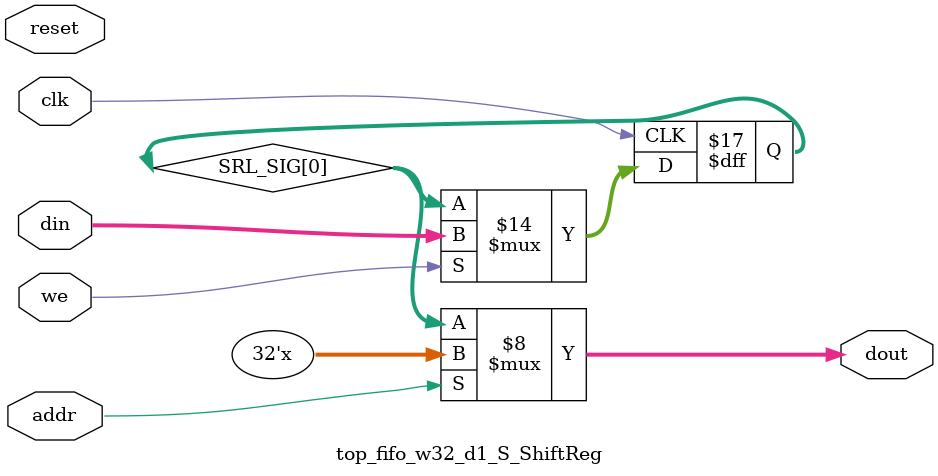
<source format=v>

`timescale 1ns/1ps

module top_fifo_w32_d1_S
#(parameter
    MEM_STYLE    = "shiftReg",
    DATA_WIDTH   = 32,
    ADDR_WIDTH   = 1,
    DEPTH        = 1)
(
    // system signal
    input  wire                  clk,
    input  wire                  reset,

    // write
    output wire                  if_full_n,
    input  wire                  if_write_ce,
    input  wire                  if_write,
    input  wire [DATA_WIDTH-1:0] if_din,
    
    // read 
    output wire [ADDR_WIDTH:0]   if_num_data_valid, // for FRP
    output wire [ADDR_WIDTH:0]   if_fifo_cap,       // for FRP

    output wire                  if_empty_n,
    input  wire                  if_read_ce,
    input  wire                  if_read,
    output wire [DATA_WIDTH-1:0] if_dout
);
//------------------------Parameter----------------------

//------------------------Local signal-------------------
    wire [ADDR_WIDTH-1:0] addr;
    wire                  push;
    wire                  pop;
    reg signed [ADDR_WIDTH:0] mOutPtr;
    reg                   empty_n = 1'b0;
    reg                   full_n = 1'b1; 
    // has num_data_valid? 
    reg  [ADDR_WIDTH:0]   num_data_valid; //yes 
//------------------------Instantiation------------------
    top_fifo_w32_d1_S_ShiftReg 
    #(  .DATA_WIDTH (DATA_WIDTH),
        .ADDR_WIDTH (ADDR_WIDTH),
        .DEPTH      (DEPTH))
    U_top_fifo_w32_d1_S_ShiftReg (
        .clk        (clk),
        .we         (push),
        .addr       (addr),
        .din        (if_din),
        .dout       (if_dout)
    );
//------------------------Task and function--------------

//------------------------Body---------------------------
    // num_data_valid 
    assign if_num_data_valid = num_data_valid;
    assign if_fifo_cap       = DEPTH;

    // almost full/empty 

    // program full/empty 

    assign if_full_n  = full_n; 
    assign if_empty_n = empty_n;

    assign push       = full_n & if_write_ce & if_write;
    assign pop        = empty_n & if_read_ce & if_read;

    assign addr       = mOutPtr[ADDR_WIDTH] == 1'b0 ? mOutPtr[ADDR_WIDTH-1:0] : {ADDR_WIDTH{1'b0}};

    // mOutPtr
    always @(posedge clk) begin
        if (reset)
            mOutPtr <= {ADDR_WIDTH+1{1'b1}};
        else if (push & ~pop)
            mOutPtr <= mOutPtr + 1'b1;
        else if (~push & pop)
            mOutPtr <= mOutPtr - 1'b1;
    end

    // full_n
    always @(posedge clk) begin
        if (reset)
            full_n <= 1'b1;
        else if ((push & ~pop) && (mOutPtr == DEPTH - 2))
            full_n <= 1'b0;
        else if (~push & pop)
            full_n <= 1'b1;
    end

    // empty_n
    always @(posedge clk) begin
        if (reset)
            empty_n <= 1'b0;
        else if (push & ~pop)
            empty_n <= 1'b1;
        else if ((~push & pop) && (mOutPtr == 0))
            empty_n <= 1'b0;
    end

    // almost_full_n 

    // almost_empty_n 

    // prog_full_n 
 
    // prog_empty_n 

    // num_data_valid 
    always @(posedge clk) begin
        if (reset)
            num_data_valid <= {ADDR_WIDTH+1{1'b0}};
        else if ( push & ~pop)
            num_data_valid <= num_data_valid + 1;
        else if (~push & pop)
            num_data_valid <= num_data_valid - 1;
    end // 

endmodule  


module top_fifo_w32_d1_S_ShiftReg
#(parameter
    DATA_WIDTH  = 32,
    ADDR_WIDTH  = 1,
    DEPTH       = 1)
(
    input  wire                  clk,
    input  wire                  reset,
    input  wire                  we,
    input  wire [ADDR_WIDTH-1:0] addr,
    input  wire [DATA_WIDTH-1:0] din,
    output wire [DATA_WIDTH-1:0] dout
);

    reg [DATA_WIDTH-1:0] SRL_SIG [0:DEPTH-1];
    integer i;

    always @ (posedge clk) begin
        if (we) begin
            for (i=0; i<DEPTH-1; i=i+1)
                SRL_SIG[i+1] <= SRL_SIG[i];
            SRL_SIG[0] <= din;
        end
    end

    assign dout = SRL_SIG[addr];

endmodule
</source>
